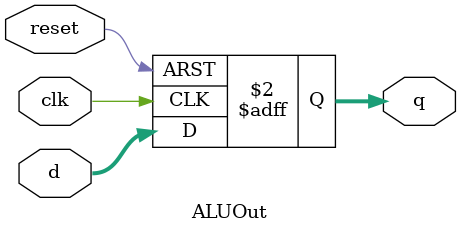
<source format=v>
`timescale 1ns / 1ps
module ALUOut(
    input clk,
    input reset,
    input [31:0] d,
    output reg [31:0] q
    );

always @(posedge clk or posedge reset)
	if(reset)
		q <= 32'b0;
	else	
		q <= d;

endmodule

</source>
